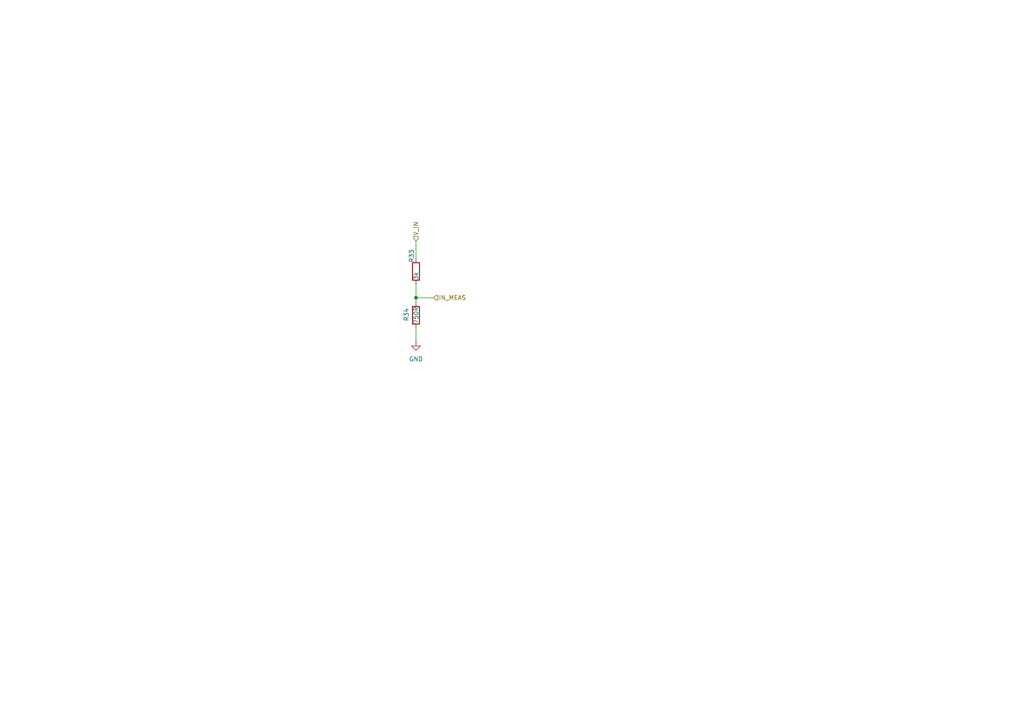
<source format=kicad_sch>
(kicad_sch (version 20250114) (generator "eeschema") (generator_version "9.0")
  (paper "A4")
  (lib_symbols
    (symbol "Device:R" (pin_numbers (hide yes)) (pin_names (offset 0))
      (property "Reference" "R" (at 2.032 0 90))
      (property "Value" "R" (at 0 0 90))
      (symbol "R_0_1"
        (rectangle (start -1.016 -2.54) (end 1.016 2.54) (stroke (width 0.254)))
      )
      (symbol "R_1_1"
        (pin passive line (at 0 3.81 270) (length 1.27) (name "~") (number "1"))
        (pin passive line (at 0 -3.81 90) (length 1.27) (name "~") (number "2"))
      )
    )
    (symbol "power:GND" (power) (pin_numbers (hide yes)) (pin_names (offset 0) (hide yes))
      (property "Value" "GND" (at 0 -3.81 0))
      (symbol "GND_0_1"
        (polyline (pts (xy 0 0) (xy 0 -1.27) (xy 1.27 -1.27) (xy 0 -2.54) (xy -1.27 -1.27) (xy 0 -1.27)))
      )
      (symbol "GND_1_1"
        (pin power_in line (at 0 0 270) (length 0) (name "~") (number "1"))
      )
    )
  )
  (junction (at 120.65 86.36))
  (wire (pts (xy 120.65 74.93) (xy 120.65 69.85)))
  (wire (pts (xy 120.65 99.06) (xy 120.65 95.25)))
  (wire (pts (xy 120.65 82.55) (xy 120.65 86.36)))
  (wire (pts (xy 120.65 86.36) (xy 120.65 87.63)))
  (wire (pts (xy 120.65 86.36) (xy 125.73 86.36)))
  (hierarchical_label "IN_MEAS" (shape input) (at 125.73 86.36 0))
  (hierarchical_label "V_IN" (shape input) (at 120.65 69.85 90))
  (symbol (lib_id "Device:R") (at 120.65 78.74 0) (unit 1)
    (property "Reference" "R12" (at 119.38 76.2 90) (effects (justify left)))
    (property "Value" "3k" (at 120.65 81.28 90) (effects (justify left)))
    (property "Footprint" "Resistor_SMD:R_0603_1608Metric" (effects (hide yes)))
    (instances (project "espio" (path "" (reference "R33") (unit 1)) (path "" (reference "R12") (unit 1)) (path "" (reference "R35") (unit 1)) (path "" (reference "R21") (unit 1)) (path "" (reference "R27") (unit 1)) (path "" (reference "R25") (unit 1)) (path "" (reference "R23") (unit 1)) (path "" (reference "R14") (unit 1))))
  )
  (symbol (lib_id "power:GND") (at 120.65 99.06 0) (unit 1)
    (property "Reference" "#PWR024" (effects (hide yes)))
    (property "Value" "GND" (at 120.65 104.14 0))
    (property "Description" "Power symbol creates a global label with name \"GND\" , ground" (effects (hide yes)))
    (instances (project "espio" (path "" (reference "#PWR036") (unit 1)) (path "" (reference "#PWR024") (unit 1)) (path "" (reference "#PWR037") (unit 1)) (path "" (reference "#PWR025") (unit 1)) (path "" (reference "#PWR034") (unit 1)) (path "" (reference "#PWR027") (unit 1)) (path "" (reference "#PWR026") (unit 1)) (path "" (reference "#PWR038") (unit 1))))
  )
  (symbol (lib_id "Device:R") (at 120.65 91.44 0) (unit 1)
    (property "Reference" "R17" (at 117.856 93.218 90) (effects (justify left)))
    (property "Value" "750R" (at 120.65 93.98 90) (effects (justify left)))
    (property "Footprint" "Resistor_SMD:R_0603_1608Metric" (effects (hide yes)))
    (instances (project "espio" (path "" (reference "R34") (unit 1)) (path "" (reference "R17") (unit 1)) (path "" (reference "R36") (unit 1)) (path "" (reference "R22") (unit 1)) (path "" (reference "R28") (unit 1)) (path "" (reference "R26") (unit 1)) (path "" (reference "R24") (unit 1)) (path "" (reference "R15") (unit 1))))
  )
)
</source>
